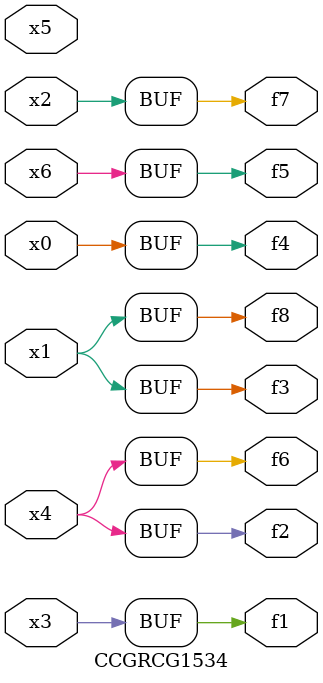
<source format=v>
module CCGRCG1534(
	input x0, x1, x2, x3, x4, x5, x6,
	output f1, f2, f3, f4, f5, f6, f7, f8
);
	assign f1 = x3;
	assign f2 = x4;
	assign f3 = x1;
	assign f4 = x0;
	assign f5 = x6;
	assign f6 = x4;
	assign f7 = x2;
	assign f8 = x1;
endmodule

</source>
